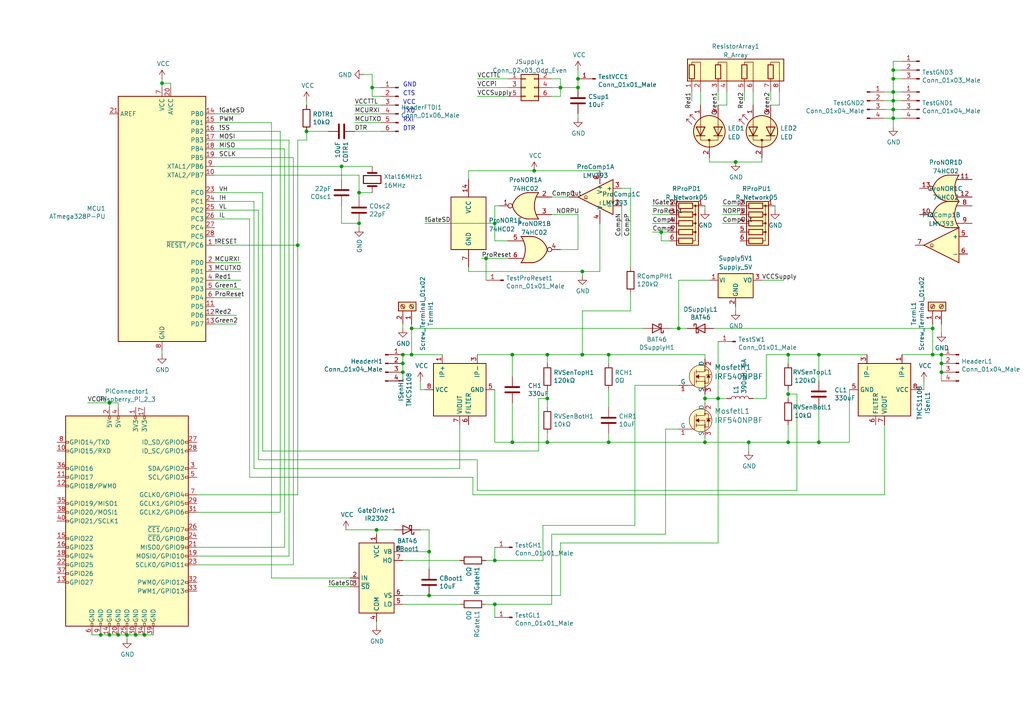
<source format=kicad_sch>
(kicad_sch (version 20211123) (generator eeschema)
  (paper "A4")
  (junction (at 119.38 102.87))
  (junction (at 273.05 102.87))
  (junction (at 213.36 46.99))
  (junction (at 191.77 67.31))
  (junction (at 176.53 102.87))
  (junction (at 34.29 184.15))
  (junction (at 217.17 128.27))
  (junction (at 154.94 49.53))
  (junction (at 86.36 71.12))
  (junction (at 41.91 184.15))
  (junction (at 168.91 102.87))
  (junction (at 259.08 20.32))
  (junction (at 36.83 184.15))
  (junction (at 31.75 116.84))
  (junction (at 116.84 105.41))
  (junction (at 140.97 74.93))
  (junction (at 259.08 34.29))
  (junction (at 119.38 95.25))
  (junction (at 204.47 128.27))
  (junction (at 167.64 22.86))
  (junction (at 104.14 55.88))
  (junction (at 228.6 114.3))
  (junction (at 237.49 102.87))
  (junction (at 270.51 95.25))
  (junction (at 270.51 102.87))
  (junction (at 124.46 172.72))
  (junction (at 88.9 38.1))
  (junction (at 31.75 184.15))
  (junction (at 167.64 25.4))
  (junction (at 162.56 25.4))
  (junction (at 116.84 102.87))
  (junction (at 273.05 107.95))
  (junction (at 273.05 105.41))
  (junction (at 148.59 128.27))
  (junction (at 259.08 31.75))
  (junction (at 143.51 64.77))
  (junction (at 104.14 64.77))
  (junction (at 259.08 26.67))
  (junction (at 148.59 102.87))
  (junction (at 158.75 115.57))
  (junction (at 204.47 115.57))
  (junction (at 228.6 102.87))
  (junction (at 259.08 22.86))
  (junction (at 107.95 25.4))
  (junction (at 228.6 128.27))
  (junction (at 196.85 95.25))
  (junction (at 176.53 128.27))
  (junction (at 99.06 48.26))
  (junction (at 158.75 128.27))
  (junction (at 143.51 175.26))
  (junction (at 29.21 184.15))
  (junction (at 124.46 160.02))
  (junction (at 143.51 162.56))
  (junction (at 46.99 24.13))
  (junction (at 39.37 184.15))
  (junction (at 158.75 102.87))
  (junction (at 208.28 115.57))
  (junction (at 168.91 78.74))
  (junction (at 116.84 107.95))
  (junction (at 109.22 153.67))
  (junction (at 259.08 29.21))
  (junction (at 237.49 128.27))
  (wire (pts (xy 194.31 69.85) (xy 191.77 69.85)))
  (wire (pts (xy 259.08 29.21) (xy 261.62 29.21)))
  (wire (pts (xy 259.08 22.86) (xy 259.08 26.67)))
  (wire (pts (xy 104.14 50.8) (xy 104.14 55.88)))
  (wire (pts (xy 76.2 55.88) (xy 62.23 55.88)))
  (wire (pts (xy 228.6 114.3) (xy 228.6 115.57)))
  (wire (pts (xy 124.46 160.02) (xy 116.84 160.02)))
  (wire (pts (xy 204.47 115.57) (xy 204.47 116.84)))
  (wire (pts (xy 62.23 91.44) (xy 68.58 91.44)))
  (wire (pts (xy 162.56 157.48) (xy 208.28 157.48)))
  (wire (pts (xy 138.43 25.4) (xy 147.32 25.4)))
  (wire (pts (xy 102.87 35.56) (xy 110.49 35.56)))
  (wire (pts (xy 231.14 114.3) (xy 231.14 142.24)))
  (wire (pts (xy 102.87 38.1) (xy 110.49 38.1)))
  (wire (pts (xy 217.17 128.27) (xy 228.6 128.27)))
  (wire (pts (xy 99.06 48.26) (xy 99.06 52.07)))
  (wire (pts (xy 31.75 184.15) (xy 29.21 184.15)))
  (wire (pts (xy 49.53 25.4) (xy 49.53 24.13)))
  (wire (pts (xy 160.02 175.26) (xy 160.02 154.94)))
  (wire (pts (xy 72.39 138.43) (xy 72.39 63.5)))
  (wire (pts (xy 81.28 148.59) (xy 57.15 148.59)))
  (wire (pts (xy 191.77 67.31) (xy 191.77 69.85)))
  (wire (pts (xy 119.38 93.98) (xy 119.38 95.25)))
  (wire (pts (xy 189.23 64.77) (xy 194.31 64.77)))
  (wire (pts (xy 143.51 128.27) (xy 148.59 128.27)))
  (wire (pts (xy 88.9 29.21) (xy 88.9 30.48)))
  (wire (pts (xy 270.51 95.25) (xy 270.51 102.87)))
  (wire (pts (xy 135.89 78.74) (xy 168.91 78.74)))
  (wire (pts (xy 162.56 25.4) (xy 167.64 25.4)))
  (wire (pts (xy 31.75 116.84) (xy 31.75 118.11)))
  (wire (pts (xy 46.99 102.87) (xy 46.99 101.6)))
  (wire (pts (xy 124.46 153.67) (xy 121.92 153.67)))
  (wire (pts (xy 143.51 158.75) (xy 143.51 162.56)))
  (wire (pts (xy 73.66 135.89) (xy 133.35 135.89)))
  (wire (pts (xy 209.55 59.69) (xy 214.63 59.69)))
  (wire (pts (xy 204.47 102.87) (xy 204.47 104.14)))
  (wire (pts (xy 62.23 93.98) (xy 68.58 93.98)))
  (wire (pts (xy 82.55 43.18) (xy 62.23 43.18)))
  (wire (pts (xy 259.08 34.29) (xy 261.62 34.29)))
  (wire (pts (xy 168.91 90.17) (xy 182.88 90.17)))
  (wire (pts (xy 95.25 170.18) (xy 101.6 170.18)))
  (wire (pts (xy 110.49 27.94) (xy 107.95 27.94)))
  (wire (pts (xy 207.01 95.25) (xy 270.51 95.25)))
  (wire (pts (xy 140.97 74.93) (xy 140.97 81.28)))
  (wire (pts (xy 158.75 102.87) (xy 158.75 105.41)))
  (wire (pts (xy 261.62 17.78) (xy 259.08 17.78)))
  (wire (pts (xy 220.98 45.72) (xy 220.98 46.99)))
  (wire (pts (xy 256.54 123.19) (xy 256.54 143.51)))
  (wire (pts (xy 167.64 33.02) (xy 167.64 34.29)))
  (wire (pts (xy 176.53 128.27) (xy 204.47 128.27)))
  (wire (pts (xy 189.23 62.23) (xy 194.31 62.23)))
  (wire (pts (xy 196.85 81.28) (xy 196.85 95.25)))
  (wire (pts (xy 36.83 184.15) (xy 34.29 184.15)))
  (wire (pts (xy 135.89 49.53) (xy 154.94 49.53)))
  (wire (pts (xy 36.83 184.15) (xy 39.37 184.15)))
  (wire (pts (xy 62.23 71.12) (xy 86.36 71.12)))
  (wire (pts (xy 184.15 111.76) (xy 184.15 152.4)))
  (wire (pts (xy 273.05 107.95) (xy 273.05 110.49)))
  (wire (pts (xy 49.53 24.13) (xy 46.99 24.13)))
  (wire (pts (xy 124.46 160.02) (xy 124.46 153.67)))
  (wire (pts (xy 121.92 113.03) (xy 123.19 113.03)))
  (wire (pts (xy 209.55 64.77) (xy 214.63 64.77)))
  (wire (pts (xy 133.35 123.19) (xy 133.35 135.89)))
  (wire (pts (xy 210.82 26.67) (xy 210.82 30.48)))
  (wire (pts (xy 176.53 125.73) (xy 176.53 128.27)))
  (wire (pts (xy 116.84 102.87) (xy 119.38 102.87)))
  (wire (pts (xy 99.06 48.26) (xy 107.95 48.26)))
  (wire (pts (xy 102.87 33.02) (xy 110.49 33.02)))
  (wire (pts (xy 270.51 102.87) (xy 273.05 102.87)))
  (wire (pts (xy 231.14 142.24) (xy 138.43 142.24)))
  (wire (pts (xy 180.34 54.61) (xy 182.88 54.61)))
  (wire (pts (xy 114.3 153.67) (xy 109.22 153.67)))
  (wire (pts (xy 139.7 74.93) (xy 140.97 74.93)))
  (wire (pts (xy 57.15 163.83) (xy 85.09 163.83)))
  (wire (pts (xy 116.84 162.56) (xy 133.35 162.56)))
  (wire (pts (xy 246.38 113.03) (xy 246.38 128.27)))
  (wire (pts (xy 143.51 113.03) (xy 143.51 128.27)))
  (wire (pts (xy 259.08 26.67) (xy 259.08 29.21)))
  (wire (pts (xy 193.04 124.46) (xy 193.04 154.94)))
  (wire (pts (xy 104.14 55.88) (xy 107.95 55.88)))
  (wire (pts (xy 140.97 74.93) (xy 147.32 74.93)))
  (wire (pts (xy 99.06 64.77) (xy 104.14 64.77)))
  (wire (pts (xy 162.56 25.4) (xy 162.56 27.94)))
  (wire (pts (xy 39.37 184.15) (xy 41.91 184.15)))
  (wire (pts (xy 138.43 142.24) (xy 138.43 133.35)))
  (wire (pts (xy 62.23 83.82) (xy 69.85 83.82)))
  (wire (pts (xy 109.22 153.67) (xy 109.22 154.94)))
  (wire (pts (xy 78.74 35.56) (xy 78.74 167.64)))
  (wire (pts (xy 109.22 181.61) (xy 109.22 180.34)))
  (wire (pts (xy 62.23 50.8) (xy 104.14 50.8)))
  (wire (pts (xy 73.66 58.42) (xy 73.66 135.89)))
  (wire (pts (xy 167.64 22.86) (xy 167.64 20.32)))
  (wire (pts (xy 270.51 93.98) (xy 270.51 95.25)))
  (wire (pts (xy 104.14 55.88) (xy 104.14 57.15)))
  (wire (pts (xy 213.36 88.9) (xy 213.36 90.17)))
  (wire (pts (xy 259.08 31.75) (xy 259.08 34.29)))
  (wire (pts (xy 210.82 30.48) (xy 208.28 30.48)))
  (wire (pts (xy 46.99 24.13) (xy 46.99 25.4)))
  (wire (pts (xy 162.56 172.72) (xy 162.56 157.48)))
  (wire (pts (xy 224.79 59.69) (xy 224.79 60.96)))
  (wire (pts (xy 204.47 127) (xy 204.47 128.27)))
  (wire (pts (xy 83.82 161.29) (xy 83.82 40.64)))
  (wire (pts (xy 184.15 111.76) (xy 196.85 111.76)))
  (wire (pts (xy 256.54 26.67) (xy 259.08 26.67)))
  (wire (pts (xy 222.25 102.87) (xy 228.6 102.87)))
  (wire (pts (xy 138.43 102.87) (xy 148.59 102.87)))
  (wire (pts (xy 62.23 86.36) (xy 69.85 86.36)))
  (wire (pts (xy 148.59 102.87) (xy 148.59 109.22)))
  (wire (pts (xy 119.38 95.25) (xy 119.38 102.87)))
  (wire (pts (xy 36.83 185.42) (xy 36.83 184.15)))
  (wire (pts (xy 176.53 102.87) (xy 204.47 102.87)))
  (wire (pts (xy 110.49 30.48) (xy 102.87 30.48)))
  (wire (pts (xy 116.84 102.87) (xy 116.84 105.41)))
  (wire (pts (xy 191.77 67.31) (xy 194.31 67.31)))
  (wire (pts (xy 168.91 102.87) (xy 176.53 102.87)))
  (wire (pts (xy 208.28 26.67) (xy 208.28 29.21)))
  (wire (pts (xy 57.15 143.51) (xy 86.36 143.51)))
  (wire (pts (xy 256.54 31.75) (xy 259.08 31.75)))
  (wire (pts (xy 259.08 29.21) (xy 259.08 31.75)))
  (wire (pts (xy 46.99 22.86) (xy 46.99 24.13)))
  (wire (pts (xy 135.89 49.53) (xy 135.89 52.07)))
  (wire (pts (xy 273.05 102.87) (xy 273.05 105.41)))
  (wire (pts (xy 158.75 128.27) (xy 176.53 128.27)))
  (wire (pts (xy 57.15 158.75) (xy 82.55 158.75)))
  (wire (pts (xy 76.2 130.81) (xy 76.2 55.88)))
  (wire (pts (xy 259.08 34.29) (xy 259.08 36.83)))
  (wire (pts (xy 194.31 95.25) (xy 196.85 95.25)))
  (wire (pts (xy 62.23 48.26) (xy 99.06 48.26)))
  (wire (pts (xy 217.17 130.81) (xy 217.17 128.27)))
  (wire (pts (xy 228.6 102.87) (xy 237.49 102.87)))
  (wire (pts (xy 157.48 152.4) (xy 184.15 152.4)))
  (wire (pts (xy 173.99 64.77) (xy 173.99 78.74)))
  (wire (pts (xy 62.23 33.02) (xy 69.85 33.02)))
  (wire (pts (xy 86.36 40.64) (xy 86.36 71.12)))
  (wire (pts (xy 110.49 25.4) (xy 107.95 25.4)))
  (wire (pts (xy 208.28 157.48) (xy 208.28 115.57)))
  (wire (pts (xy 121.92 110.49) (xy 121.92 113.03)))
  (wire (pts (xy 204.47 114.3) (xy 204.47 115.57)))
  (wire (pts (xy 237.49 118.11) (xy 237.49 128.27)))
  (wire (pts (xy 124.46 165.1) (xy 124.46 160.02)))
  (wire (pts (xy 267.97 113.03) (xy 266.7 113.03)))
  (wire (pts (xy 228.6 128.27) (xy 237.49 128.27)))
  (wire (pts (xy 62.23 76.2) (xy 69.85 76.2)))
  (wire (pts (xy 143.51 175.26) (xy 160.02 175.26)))
  (wire (pts (xy 100.33 153.67) (xy 109.22 153.67)))
  (wire (pts (xy 160.02 154.94) (xy 193.04 154.94)))
  (wire (pts (xy 156.21 115.57) (xy 156.21 130.81)))
  (wire (pts (xy 116.84 175.26) (xy 133.35 175.26)))
  (wire (pts (xy 143.51 162.56) (xy 157.48 162.56)))
  (wire (pts (xy 228.6 114.3) (xy 231.14 114.3)))
  (wire (pts (xy 116.84 172.72) (xy 124.46 172.72)))
  (wire (pts (xy 82.55 158.75) (xy 82.55 43.18)))
  (wire (pts (xy 62.23 35.56) (xy 78.74 35.56)))
  (wire (pts (xy 259.08 20.32) (xy 261.62 20.32)))
  (wire (pts (xy 167.64 62.23) (xy 167.64 72.39)))
  (wire (pts (xy 116.84 105.41) (xy 116.84 107.95)))
  (wire (pts (xy 218.44 26.67) (xy 218.44 30.48)))
  (wire (pts (xy 86.36 71.12) (xy 86.36 143.51)))
  (wire (pts (xy 88.9 40.64) (xy 86.36 40.64)))
  (wire (pts (xy 83.82 40.64) (xy 62.23 40.64)))
  (wire (pts (xy 158.75 115.57) (xy 158.75 118.11)))
  (wire (pts (xy 209.55 62.23) (xy 214.63 62.23)))
  (wire (pts (xy 137.16 138.43) (xy 72.39 138.43)))
  (wire (pts (xy 116.84 95.25) (xy 116.84 93.98)))
  (wire (pts (xy 85.09 45.72) (xy 62.23 45.72)))
  (wire (pts (xy 208.28 99.06) (xy 208.28 115.57)))
  (wire (pts (xy 144.78 59.69) (xy 143.51 59.69)))
  (wire (pts (xy 41.91 184.15) (xy 44.45 184.15)))
  (wire (pts (xy 143.51 175.26) (xy 143.51 179.07)))
  (wire (pts (xy 107.95 27.94) (xy 107.95 25.4)))
  (wire (pts (xy 208.28 115.57) (xy 204.47 115.57)))
  (wire (pts (xy 189.23 67.31) (xy 191.77 67.31)))
  (wire (pts (xy 76.2 130.81) (xy 156.21 130.81)))
  (wire (pts (xy 73.66 58.42) (xy 62.23 58.42)))
  (wire (pts (xy 116.84 107.95) (xy 116.84 110.49)))
  (wire (pts (xy 57.15 161.29) (xy 83.82 161.29)))
  (wire (pts (xy 176.53 105.41) (xy 176.53 102.87)))
  (wire (pts (xy 259.08 22.86) (xy 261.62 22.86)))
  (wire (pts (xy 158.75 102.87) (xy 168.91 102.87)))
  (wire (pts (xy 256.54 143.51) (xy 137.16 143.51)))
  (wire (pts (xy 148.59 128.27) (xy 158.75 128.27)))
  (wire (pts (xy 162.56 27.94) (xy 160.02 27.94)))
  (wire (pts (xy 135.89 77.47) (xy 135.89 78.74)))
  (wire (pts (xy 217.17 128.27) (xy 204.47 128.27)))
  (wire (pts (xy 226.06 26.67) (xy 226.06 30.48)))
  (wire (pts (xy 138.43 22.86) (xy 147.32 22.86)))
  (wire (pts (xy 168.91 90.17) (xy 168.91 102.87)))
  (wire (pts (xy 85.09 163.83) (xy 85.09 45.72)))
  (wire (pts (xy 157.48 162.56) (xy 157.48 152.4)))
  (wire (pts (xy 267.97 110.49) (xy 267.97 113.03)))
  (wire (pts (xy 74.93 133.35) (xy 74.93 60.96)))
  (wire (pts (xy 162.56 22.86) (xy 160.02 22.86)))
  (wire (pts (xy 62.23 81.28) (xy 69.85 81.28)))
  (wire (pts (xy 220.98 46.99) (xy 213.36 46.99)))
  (wire (pts (xy 34.29 116.84) (xy 34.29 118.11)))
  (wire (pts (xy 228.6 123.19) (xy 228.6 128.27)))
  (wire (pts (xy 138.43 27.94) (xy 147.32 27.94)))
  (wire (pts (xy 256.54 29.21) (xy 259.08 29.21)))
  (wire (pts (xy 176.53 113.03) (xy 176.53 118.11)))
  (wire (pts (xy 259.08 20.32) (xy 259.08 17.78)))
  (wire (pts (xy 99.06 59.69) (xy 99.06 64.77)))
  (wire (pts (xy 140.97 162.56) (xy 143.51 162.56)))
  (wire (pts (xy 228.6 113.03) (xy 228.6 114.3)))
  (wire (pts (xy 104.14 64.77) (xy 104.14 66.04)))
  (wire (pts (xy 107.95 21.59) (xy 105.41 21.59)))
  (wire (pts (xy 210.82 115.57) (xy 208.28 115.57)))
  (wire (pts (xy 196.85 124.46) (xy 193.04 124.46)))
  (wire (pts (xy 237.49 128.27) (xy 246.38 128.27)))
  (wire (pts (xy 259.08 22.86) (xy 259.08 20.32)))
  (wire (pts (xy 123.19 64.77) (xy 143.51 64.77)))
  (wire (pts (xy 143.51 59.69) (xy 143.51 64.77)))
  (wire (pts (xy 143.51 64.77) (xy 143.51 69.85)))
  (wire (pts (xy 237.49 102.87) (xy 251.46 102.87)))
  (wire (pts (xy 218.44 115.57) (xy 222.25 115.57)))
  (wire (pts (xy 180.34 59.69) (xy 180.34 68.58)))
  (wire (pts (xy 168.91 78.74) (xy 168.91 80.01)))
  (wire (pts (xy 154.94 49.53) (xy 173.99 49.53)))
  (wire (pts (xy 261.62 102.87) (xy 270.51 102.87)))
  (wire (pts (xy 72.39 63.5) (xy 62.23 63.5)))
  (wire (pts (xy 107.95 21.59) (xy 107.95 25.4)))
  (wire (pts (xy 205.74 45.72) (xy 205.74 46.99)))
  (wire (pts (xy 256.54 34.29) (xy 259.08 34.29)))
  (wire (pts (xy 158.75 115.57) (xy 156.21 115.57)))
  (wire (pts (xy 182.88 85.09) (xy 182.88 90.17)))
  (wire (pts (xy 25.4 116.84) (xy 31.75 116.84)))
  (wire (pts (xy 205.74 81.28) (xy 196.85 81.28)))
  (wire (pts (xy 62.23 78.74) (xy 69.85 78.74)))
  (wire (pts (xy 223.52 26.67) (xy 223.52 29.21)))
  (wire (pts (xy 158.75 125.73) (xy 158.75 128.27)))
  (wire (pts (xy 88.9 40.64) (xy 88.9 38.1)))
  (wire (pts (xy 168.91 78.74) (xy 173.99 78.74)))
  (wire (pts (xy 259.08 31.75) (xy 261.62 31.75)))
  (wire (pts (xy 148.59 116.84) (xy 148.59 128.27)))
  (wire (pts (xy 137.16 143.51) (xy 137.16 138.43)))
  (wire (pts (xy 143.51 69.85) (xy 147.32 69.85)))
  (wire (pts (xy 62.23 60.96) (xy 74.93 60.96)))
  (wire (pts (xy 140.97 175.26) (xy 143.51 175.26)))
  (wire (pts (xy 273.05 105.41) (xy 273.05 107.95)))
  (wire (pts (xy 273.05 93.98) (xy 273.05 96.52)))
  (wire (pts (xy 167.64 72.39) (xy 162.56 72.39)))
  (wire (pts (xy 205.74 46.99) (xy 213.36 46.99)))
  (wire (pts (xy 237.49 102.87) (xy 237.49 110.49)))
  (wire (pts (xy 204.47 59.69) (xy 204.47 60.96)))
  (wire (pts (xy 148.59 102.87) (xy 158.75 102.87)))
  (wire (pts (xy 189.23 59.69) (xy 194.31 59.69)))
  (wire (pts (xy 160.02 57.15) (xy 165.1 57.15)))
  (wire (pts (xy 81.28 38.1) (xy 81.28 148.59)))
  (wire (pts (xy 259.08 26.67) (xy 261.62 26.67)))
  (wire (pts (xy 182.88 54.61) (xy 182.88 77.47)))
  (wire (pts (xy 200.66 26.67) (xy 200.66 29.21)))
  (wire (pts (xy 160.02 25.4) (xy 162.56 25.4)))
  (wire (pts (xy 203.2 26.67) (xy 203.2 30.48)))
  (wire (pts (xy 160.02 62.23) (xy 167.64 62.23)))
  (wire (pts (xy 226.06 30.48) (xy 223.52 30.48)))
  (wire (pts (xy 31.75 116.84) (xy 34.29 116.84)))
  (wire (pts (xy 167.64 22.86) (xy 167.64 25.4)))
  (wire (pts (xy 228.6 102.87) (xy 228.6 105.41)))
  (wire (pts (xy 222.25 115.57) (xy 222.25 102.87)))
  (wire (pts (xy 196.85 95.25) (xy 199.39 95.25)))
  (wire (pts (xy 162.56 25.4) (xy 162.56 22.86)))
  (wire (pts (xy 119.38 102.87) (xy 128.27 102.87)))
  (wire (pts (xy 124.46 172.72) (xy 162.56 172.72)))
  (wire (pts (xy 138.43 133.35) (xy 74.93 133.35)))
  (wire (pts (xy 78.74 167.64) (xy 101.6 167.64)))
  (wire (pts (xy 220.98 81.28) (xy 227.33 81.28)))
  (wire (pts (xy 158.75 113.03) (xy 158.75 115.57)))
  (wire (pts (xy 34.29 184.15) (xy 31.75 184.15)))
  (wire (pts (xy 186.69 95.25) (xy 119.38 95.25)))
  (wire (pts (xy 95.25 38.1) (xy 88.9 38.1)))
  (wire (pts (xy 215.9 26.67) (xy 215.9 29.21)))
  (wire (pts (xy 62.23 38.1) (xy 81.28 38.1)))
  (wire (pts (xy 29.21 184.15) (xy 26.67 184.15)))
  (text "RXI" (at 116.84 35.56 0) (effects (font (size 1.27 1.27)) (justify left bottom)))
  (text "GND" (at 116.84 25.4 0) (effects (font (size 1.27 1.27)) (justify left bottom)))
  (text "VCC" (at 116.84 30.48 0) (effects (font (size 1.27 1.27)) (justify left bottom)))
  (text "TX0" (at 116.84 33.02 0) (effects (font (size 1.27 1.27)) (justify left bottom)))
  (text "DTR" (at 116.84 38.1 0) (effects (font (size 1.27 1.27)) (justify left bottom)))
  (text "CTS" (at 116.84 27.94 0) (effects (font (size 1.27 1.27)) (justify left bottom)))
  (label "VCCPi" (at 25.4 116.84 0))
  (label "DTR" (at 102.87 38.1 0))
  (label "VCCSupply" (at 220.98 81.28 0))
  (label "Red1" (at 62.23 81.28 0))
  (label "NORPU" (at 209.55 62.23 0))
  (label "CompN" (at 209.55 59.69 0))
  (label "CompN" (at 180.34 68.58 90))
  (label "VCCSupply" (at 138.43 27.94 0))
  (label "Green2" (at 223.52 26.67 270))
  (label "VL" (at 63.5 60.96 0))
  (label "MCURXI" (at 102.87 33.02 0))
  (label "VCCPi" (at 138.43 25.4 0))
  (label "ProReset" (at 189.23 62.23 0))
  (label "NORPU" (at 161.29 62.23 0))
  (label "ProReset" (at 139.7 74.93 0))
  (label "Green1" (at 62.23 83.82 0))
  (label "Red1" (at 200.66 26.67 270))
  (label "MCUTXO" (at 102.87 35.56 0))
  (label "Green2" (at 62.23 93.98 0))
  (label "Red2" (at 215.9 26.67 270))
  (label "SCLK" (at 63.5 45.72 0))
  (label "PWM" (at 63.5 35.56 0))
  (label "!RESET" (at 62.23 71.12 0))
  (label "!GateSD" (at 189.23 59.69 0))
  (label "IL" (at 63.5 63.5 0))
  (label "CompN" (at 189.23 64.77 0))
  (label "CompOut" (at 209.55 64.77 0))
  (label "Red2" (at 62.23 91.44 0))
  (label "MCUTXO" (at 62.23 78.74 0))
  (label "MCURXI" (at 62.23 76.2 0))
  (label "IH" (at 63.5 58.42 0))
  (label "CompP" (at 182.88 68.58 90))
  (label "CompOut" (at 160.02 57.15 0))
  (label "!GateSD" (at 63.5 33.02 0))
  (label "Green1" (at 208.28 26.67 270))
  (label "MOSI" (at 63.5 40.64 0))
  (label "ProReset" (at 62.23 86.36 0))
  (label "CompP" (at 189.23 67.31 0))
  (label "!GateSD" (at 95.25 170.18 0))
  (label "!GateSD" (at 123.19 64.77 0))
  (label "VH" (at 63.5 55.88 0))
  (label "VCCTTL" (at 138.43 22.86 0))
  (label "!SS" (at 63.5 38.1 0))
  (label "VCCTTL" (at 102.87 30.48 0))
  (label "MISO" (at 63.5 43.18 0))
  (symbol (lib_id "Device:L") (at 214.63 115.57 90) (unit 1)
    (property "Reference" "L1" (at 213.4616 114.2238 0) (effects (justify left)))
    (property "Value" "390uH, 5A" (at 215.773 114.2238 0) (effects (justify left)))
    (property "Footprint" "Inductor_THT:L_Toroid_Horizontal_D32.5mm_P30.00mm_Bourns_2300" (effects hide))
  )
  (symbol (lib_id "Atverter_Ev1r1-rescue:ATmega328P-PU-MCU_Microchip_ATmega") (at 46.99 63.5 0) (unit 1)
    (property "Reference" "MCU1" (at 30.6324 61.1886 0) (effects (justify right bottom)))
    (property "Value" "ATmega328P-PU" (at 30.6324 63.5 0) (effects (justify right bottom)))
    (property "Footprint" "Package_DIP:DIP-28_W7.62mm" (effects hide))
    (property "Datasheet" "http://ww1.microchip.com/downloads/en/DeviceDoc/ATmega328_P%20AVR%20MCU%20with%20picoPower%20Technology%20Data%20Sheet%2040001984A.pdf" (effects hide))
  )
  (symbol (lib_id "Driver_FET:IR2302") (at 109.22 167.64 0) (unit 1)
    (property "Reference" "GateDriver1" (at 109.22 148.0566 0))
    (property "Value" "IR2302" (at 109.22 150.368 0))
    (property "Footprint" "Package_DIP:DIP-8_W7.62mm_LongPads" (effects hide))
    (property "Datasheet" "https://www.infineon.com/dgdl/ir2302.pdf?fileId=5546d462533600a4015355c988b216de" (effects hide))
  )
  (symbol (lib_id "Device:C") (at 148.59 113.03 0) (unit 1)
    (property "Reference" "CH1" (at 153.1112 111.8616 0) (effects (justify left)))
    (property "Value" "330uF" (at 153.1112 114.173 0) (effects (justify left)))
    (property "Footprint" "Daniel_KiCad_Footprints:CP_Radial_D18.0mm_P7.50mm" (effects hide))
  )
  (symbol (lib_id "Diode:BAT46") (at 118.11 153.67 180) (unit 1)
    (property "Reference" "DBoot1" (at 118.11 159.1818 0))
    (property "Value" "BAT46" (at 118.11 156.8704 0))
    (property "Footprint" "Daniel_KiCad_Footprints:D_DO-35_SOD27_P7.62mm_Horizontal" (effects hide))
    (property "Datasheet" "http://www.vishay.com/docs/85662/bat46.pdf" (effects hide))
  )
  (symbol (lib_id "Connector:Raspberry_Pi_2_3") (at 36.83 151.13 0) (unit 1)
    (property "Reference" "PiConnector1" (at 36.83 113.5126 0))
    (property "Value" "Raspberry_Pi_2_3" (at 36.83 115.824 0))
    (property "Footprint" "Daniel_KiCad_Footprints:Raspberry_Pi_Zero_and_Four" (effects hide))
    (property "Datasheet" "https://www.raspberrypi.org/documentation/hardware/raspberrypi/schematics/rpi_SCH_3bplus_1p0_reduced.pdf" (effects hide))
  )
  (symbol (lib_id "Device:R") (at 158.75 109.22 0) (unit 1)
    (property "Reference" "RVSenTopH1" (at 160.528 108.0516 0) (effects (justify left)))
    (property "Value" "120kΩ" (at 160.528 110.363 0) (effects (justify left)))
    (property "Footprint" "Daniel_KiCad_Footprints:R_Axial_DIN0207_L6.3mm_D2.5mm_P7.62mm_Horizontal" (effects hide))
  )
  (symbol (lib_id "Device:R") (at 228.6 109.22 0) (unit 1)
    (property "Reference" "RVSenTopL1" (at 229.87 107.95 0) (effects (justify left)))
    (property "Value" "120kΩ" (at 230.378 110.363 0) (effects (justify left)))
    (property "Footprint" "Daniel_KiCad_Footprints:R_Axial_DIN0207_L6.3mm_D2.5mm_P7.62mm_Horizontal" (effects hide))
  )
  (symbol (lib_id "Device:R") (at 158.75 121.92 0) (unit 1)
    (property "Reference" "RVSenBotH1" (at 160.528 120.7516 0) (effects (justify left)))
    (property "Value" "10kΩ" (at 160.528 123.063 0) (effects (justify left)))
    (property "Footprint" "Daniel_KiCad_Footprints:R_Axial_DIN0207_L6.3mm_D2.5mm_P7.62mm_Horizontal" (effects hide))
  )
  (symbol (lib_id "Device:R") (at 228.6 119.38 0) (unit 1)
    (property "Reference" "RVSenBotL1" (at 229.87 118.11 0) (effects (justify left)))
    (property "Value" "10kΩ" (at 230.378 120.523 0) (effects (justify left)))
    (property "Footprint" "Daniel_KiCad_Footprints:R_Axial_DIN0207_L6.3mm_D2.5mm_P7.62mm_Horizontal" (effects hide))
  )
  (symbol (lib_id "Device:C") (at 237.49 114.3 0) (unit 1)
    (property "Reference" "CL1" (at 242.0112 113.1316 0) (effects (justify left)))
    (property "Value" "330uF" (at 242.0112 115.443 0) (effects (justify left)))
    (property "Footprint" "Daniel_KiCad_Footprints:CP_Radial_D18.0mm_P7.50mm" (effects hide))
  )
  (symbol (lib_id "Regulator_Linear:LM7805_TO220") (at 213.36 81.28 0) (unit 1)
    (property "Reference" "Supply5V1" (at 213.36 74.93 0))
    (property "Value" "Supply_5V" (at 213.36 77.47 0))
    (property "Footprint" "Daniel_KiCad_Footprints:SupplyDC_48V-5V_TO-220-3_Vertical" (effects hide))
    (property "Datasheet" "https://www.onsemi.cn/PowerSolutions/document/MC7800-D.PDF" (effects hide))
  )
  (symbol (lib_id "Device:R") (at 137.16 162.56 270) (unit 1)
    (property "Reference" "RGateH1" (at 138.3284 164.338 0) (effects (justify left)))
    (property "Value" "0Ω" (at 136.017 164.338 0) (effects (justify left)))
    (property "Footprint" "Daniel_KiCad_Footprints:R_Axial_DIN0207_L6.3mm_D2.5mm_P7.62mm_Horizontal" (effects hide))
  )
  (symbol (lib_id "Atverter_Ev1r1-rescue:IRF540NPBF-dk_Transistors-FETs-MOSFETs-Single") (at 204.47 109.22 0) (unit 1)
    (property "Reference" "MosfetH1" (at 207.2132 106.5276 0) (effects (font (size 1.524 1.524)) (justify left)))
    (property "Value" "IRF540NPBF" (at 207.2132 109.22 0) (effects (font (size 1.524 1.524)) (justify left)))
    (property "Footprint" "Package_TO_SOT_THT:TO-220-3_Horizontal_TabDown" (effects hide))
    (property "Datasheet" "https://www.infineon.com/dgdl/irf540npbf.pdf?fileId=5546d462533600a4015355e39f0d19a1" (effects hide))
    (property "Digi-Key_PN" "IRF540NPBF-ND" (effects hide))
    (property "MPN" "IRF540NPBF" (effects hide))
    (property "Category" "Discrete Semiconductor Products" (effects hide))
    (property "Family" "Transistors - FETs, MOSFETs - Single" (effects hide))
    (property "DK_Datasheet_Link" "https://www.infineon.com/dgdl/irf540npbf.pdf?fileId=5546d462533600a4015355e39f0d19a1" (effects hide))
    (property "DK_Detail_Page" "/product-detail/en/infineon-technologies/IRF540NPBF/IRF540NPBF-ND/811869" (effects hide))
    (property "Description" "MOSFET N-CH 100V 33A TO-220AB" (effects hide))
    (property "Manufacturer" "Infineon Technologies" (effects hide))
    (property "Status" "Active" (effects hide))
  )
  (symbol (lib_id "Device:R") (at 137.16 175.26 270) (unit 1)
    (property "Reference" "RGateL1" (at 138.3284 177.038 0) (effects (justify left)))
    (property "Value" "0Ω" (at 136.017 177.038 0) (effects (justify left)))
    (property "Footprint" "Daniel_KiCad_Footprints:R_Axial_DIN0207_L6.3mm_D2.5mm_P7.62mm_Horizontal" (effects hide))
  )
  (symbol (lib_id "Device:C") (at 124.46 168.91 0) (unit 1)
    (property "Reference" "CBoot1" (at 127.381 167.7416 0) (effects (justify left)))
    (property "Value" "10uF" (at 127.381 170.053 0) (effects (justify left)))
    (property "Footprint" "Daniel_KiCad_Footprints:C_Rect_L7.2mm_W3.5mm_P5.00mm_FKS2_FKP2_MKS2_MKP2" (effects hide))
  )
  (symbol (lib_id "Device:C") (at 167.64 29.21 0) (unit 1)
    (property "Reference" "CSup1" (at 170.561 28.0416 0) (effects (justify left)))
    (property "Value" "10uF" (at 170.561 30.353 0) (effects (justify left)))
    (property "Footprint" "Daniel_KiCad_Footprints:C_Rect_L7.2mm_W3.5mm_P5.00mm_FKS2_FKP2_MKS2_MKP2" (effects hide))
  )
  (symbol (lib_id "Device:C") (at 176.53 121.92 0) (unit 1)
    (property "Reference" "CHR1" (at 179.451 120.7516 0) (effects (justify left)))
    (property "Value" "10uF" (at 179.451 123.063 0) (effects (justify left)))
    (property "Footprint" "Daniel_KiCad_Footprints:C_Rect_L7.2mm_W3.5mm_P5.00mm_FKS2_FKP2_MKS2_MKP2" (effects hide))
  )
  (symbol (lib_id "Sensor_Current:ACS724xLCTR-10AB") (at 133.35 113.03 90) (mirror x) (unit 1)
    (property "Reference" "ISenH1" (at 116.3066 113.03 0))
    (property "Value" "TMCS1108" (at 118.618 113.03 0))
    (property "Footprint" "Daniel_KiCad_Footprints:SOIC-8_3.9x4.9mm_P1.27mm" (effects hide))
    (property "Datasheet" "http://www.allegromicro.com/~/media/Files/Datasheets/ACS724-Datasheet.ashx?la=en" (effects hide))
  )
  (symbol (lib_id "Sensor_Current:ACS724xLCTR-10AB") (at 256.54 113.03 270) (unit 1)
    (property "Reference" "ISenL1" (at 269.0114 116.84 0))
    (property "Value" "TMCS1108" (at 266.7 116.84 0))
    (property "Footprint" "Daniel_KiCad_Footprints:SOIC-8_3.9x4.9mm_P1.27mm" (effects hide))
    (property "Datasheet" "http://www.allegromicro.com/~/media/Files/Datasheets/ACS724-Datasheet.ashx?la=en" (effects hide))
  )
  (symbol (lib_id "Atverter_Ev1r1-rescue:IRF540NPBF-dk_Transistors-FETs-MOSFETs-Single") (at 204.47 121.92 0) (unit 1)
    (property "Reference" "MosfetL1" (at 207.2132 119.2276 0) (effects (font (size 1.524 1.524)) (justify left)))
    (property "Value" "IRF540NPBF" (at 207.2132 121.92 0) (effects (font (size 1.524 1.524)) (justify left)))
    (property "Footprint" "Package_TO_SOT_THT:TO-220-3_Horizontal_TabDown" (effects hide))
    (property "Datasheet" "https://www.infineon.com/dgdl/irf540npbf.pdf?fileId=5546d462533600a4015355e39f0d19a1" (effects hide))
    (property "Digi-Key_PN" "IRF540NPBF-ND" (effects hide))
    (property "MPN" "IRF540NPBF" (effects hide))
    (property "Category" "Discrete Semiconductor Products" (effects hide))
    (property "Family" "Transistors - FETs, MOSFETs - Single" (effects hide))
    (property "DK_Datasheet_Link" "https://www.infineon.com/dgdl/irf540npbf.pdf?fileId=5546d462533600a4015355e39f0d19a1" (effects hide))
    (property "DK_Detail_Page" "/product-detail/en/infineon-technologies/IRF540NPBF/IRF540NPBF-ND/811869" (effects hide))
    (property "Description" "MOSFET N-CH 100V 33A TO-220AB" (effects hide))
    (property "Manufacturer" "Infineon Technologies" (effects hide))
    (property "Status" "Active" (effects hide))
  )
  (symbol (lib_id "Diode:BAT46") (at 190.5 95.25 180) (unit 1)
    (property "Reference" "DSupplyH1" (at 190.5 100.7618 0))
    (property "Value" "BAT46" (at 190.5 98.4504 0))
    (property "Footprint" "Daniel_KiCad_Footprints:D_DO-35_SOD27_P7.62mm_Horizontal" (effects hide))
    (property "Datasheet" "http://www.vishay.com/docs/85662/bat46.pdf" (effects hide))
  )
  (symbol (lib_id "Diode:BAT46") (at 203.2 95.25 0) (unit 1)
    (property "Reference" "DSupplyL1" (at 203.2 89.7382 0))
    (property "Value" "BAT46" (at 203.2 92.0496 0))
    (property "Footprint" "Daniel_KiCad_Footprints:D_DO-35_SOD27_P7.62mm_Horizontal" (effects hide))
    (property "Datasheet" "http://www.vishay.com/docs/85662/bat46.pdf" (effects hide))
  )
  (symbol (lib_id "Device:R") (at 176.53 109.22 0) (unit 1)
    (property "Reference" "RCH1" (at 178.308 108.0516 0) (effects (justify left)))
    (property "Value" "0Ω" (at 178.308 110.363 0) (effects (justify left)))
    (property "Footprint" "Daniel_KiCad_Footprints:R_Axial_DIN0207_L6.3mm_D2.5mm_P7.62mm_Horizontal" (effects hide))
  )
  (symbol (lib_id "Device:C") (at 99.06 38.1 270) (unit 1)
    (property "Reference" "CDTR1" (at 100.2284 41.021 0) (effects (justify left)))
    (property "Value" "10uF" (at 97.917 41.021 0) (effects (justify left)))
    (property "Footprint" "Daniel_KiCad_Footprints:C_Rect_L7.2mm_W3.5mm_P5.00mm_FKS2_FKP2_MKS2_MKP2" (effects hide))
  )
  (symbol (lib_id "Device:R") (at 88.9 34.29 0) (unit 1)
    (property "Reference" "RDTR1" (at 90.678 33.1216 0) (effects (justify left)))
    (property "Value" "10kΩ" (at 90.678 35.433 0) (effects (justify left)))
    (property "Footprint" "Daniel_KiCad_Footprints:R_Axial_DIN0207_L6.3mm_D2.5mm_P7.62mm_Horizontal" (effects hide))
  )
  (symbol (lib_id "power:VCC") (at 167.64 20.32 0) (unit 1)
    (property "Reference" "#PWR011" (effects hide))
    (property "Value" "VCC" (at 168.021 15.9258 0))
  )
  (symbol (lib_id "power:VCC") (at 100.33 153.67 0) (unit 1)
    (property "Reference" "#PWR06" (effects hide))
    (property "Value" "VCC" (at 100.711 149.2758 0))
  )
  (symbol (lib_id "power:VCC") (at 121.92 110.49 0) (unit 1)
    (property "Reference" "#PWR09" (effects hide))
    (property "Value" "VCC" (at 122.301 106.0958 0))
  )
  (symbol (lib_id "power:VCC") (at 267.97 110.49 0) (unit 1)
    (property "Reference" "#PWR016" (effects hide))
    (property "Value" "VCC" (at 268.351 106.0958 0))
  )
  (symbol (lib_id "power:VCC") (at 46.99 22.86 0) (unit 1)
    (property "Reference" "#PWR02" (effects hide))
    (property "Value" "VCC" (at 47.371 18.4658 0))
  )
  (symbol (lib_id "power:GND") (at 217.17 130.81 0) (unit 1)
    (property "Reference" "#PWR014" (effects hide))
    (property "Value" "GND" (at 217.297 135.2042 0))
  )
  (symbol (lib_id "power:GND") (at 213.36 90.17 0) (unit 1)
    (property "Reference" "#PWR013" (effects hide))
    (property "Value" "GND" (at 213.487 94.5642 0))
  )
  (symbol (lib_id "power:GND") (at 109.22 181.61 0) (unit 1)
    (property "Reference" "#PWR08" (effects hide))
    (property "Value" "GND" (at 109.347 186.0042 0))
  )
  (symbol (lib_id "power:GND") (at 46.99 102.87 0) (unit 1)
    (property "Reference" "#PWR03" (effects hide))
    (property "Value" "GND" (at 47.117 107.2642 0))
  )
  (symbol (lib_id "power:GND") (at 36.83 185.42 0) (unit 1)
    (property "Reference" "#PWR01" (effects hide))
    (property "Value" "GND" (at 36.957 189.8142 0))
  )
  (symbol (lib_id "Connector:Conn_01x06_Male") (at 115.57 30.48 0) (mirror y) (unit 1)
    (property "Reference" "HeaderFTDI1" (at 116.2812 31.1404 0) (effects (justify right)))
    (property "Value" "Conn_01x06_Male" (at 116.2812 33.4518 0) (effects (justify right)))
    (property "Footprint" "Daniel_KiCad_Footprints:FTDI_USB_TTL_Header" (effects hide))
  )
  (symbol (lib_id "power:GND") (at 105.41 21.59 270) (unit 1)
    (property "Reference" "#PWR07" (effects hide))
    (property "Value" "GND" (at 102.1588 21.717 90) (effects (justify right)))
  )
  (symbol (lib_id "power:VCC") (at 88.9 29.21 0) (unit 1)
    (property "Reference" "#PWR04" (effects hide))
    (property "Value" "VCC" (at 89.281 24.8158 0))
  )
  (symbol (lib_id "Connector:Screw_Terminal_01x02") (at 119.38 88.9 270) (mirror x) (unit 1)
    (property "Reference" "TermH1" (at 124.8918 90.9828 0))
    (property "Value" "Screw_Terminal_01x02" (at 122.5804 90.9828 0))
    (property "Footprint" "Daniel_KiCad_Footprints:TerminalBlock_Altech_AK300-2_P5.00mm" (effects hide))
  )
  (symbol (lib_id "power:GND") (at 116.84 95.25 0) (unit 1)
    (property "Reference" "#PWR010" (effects hide))
    (property "Value" "GND" (at 116.967 99.6442 0))
  )
  (symbol (lib_id "Connector:Screw_Terminal_01x02") (at 270.51 88.9 90) (unit 1)
    (property "Reference" "TermL1" (at 264.9982 90.9828 0))
    (property "Value" "Screw_Terminal_01x02" (at 267.3096 90.9828 0))
    (property "Footprint" "Daniel_KiCad_Footprints:TerminalBlock_Altech_AK300-2_P5.00mm" (effects hide))
  )
  (symbol (lib_id "power:GND") (at 273.05 96.52 0) (unit 1)
    (property "Reference" "#PWR015" (effects hide))
    (property "Value" "GND" (at 273.177 100.9142 0))
  )
  (symbol (lib_id "power:GND") (at 259.08 36.83 0) (unit 1)
    (property "Reference" "#PWR05" (effects hide))
    (property "Value" "GND" (at 259.207 41.2242 0))
  )
  (symbol (lib_id "Connector:Conn_01x04_Male") (at 111.76 105.41 0) (unit 1)
    (property "Reference" "HeaderH1" (at 111.0488 104.8004 0) (effects (justify right)))
    (property "Value" "Conn_01x04_Male" (at 111.0488 107.1118 0) (effects (justify right)))
    (property "Footprint" "Connector_PinHeader_2.54mm:PinHeader_1x04_P2.54mm_Vertical" (effects hide))
  )
  (symbol (lib_id "Connector:Conn_01x04_Male") (at 278.13 105.41 0) (mirror y) (unit 1)
    (property "Reference" "HeaderL1" (at 278.8412 104.8004 0) (effects (justify right)))
    (property "Value" "Conn_01x04_Male" (at 278.8412 107.1118 0) (effects (justify right)))
    (property "Footprint" "Connector_PinHeader_2.54mm:PinHeader_1x04_P2.54mm_Vertical" (effects hide))
  )
  (symbol (lib_id "Connector:Conn_01x01_Male") (at 213.36 99.06 0) (mirror y) (unit 1)
    (property "Reference" "TestSW1" (at 214.0712 98.4504 0) (effects (justify right)))
    (property "Value" "Conn_01x01_Male" (at 214.0712 100.7618 0) (effects (justify right)))
    (property "Footprint" "Connector_PinHeader_2.54mm:PinHeader_1x01_P2.54mm_Vertical" (effects hide))
  )
  (symbol (lib_id "Connector:Conn_01x01_Male") (at 148.59 158.75 0) (mirror y) (unit 1)
    (property "Reference" "TestGH1" (at 149.3012 158.1404 0) (effects (justify right)))
    (property "Value" "Conn_01x01_Male" (at 149.3012 160.4518 0) (effects (justify right)))
    (property "Footprint" "Connector_PinHeader_2.54mm:PinHeader_1x01_P2.54mm_Vertical" (effects hide))
  )
  (symbol (lib_id "Connector:Conn_01x01_Male") (at 148.59 179.07 0) (mirror y) (unit 1)
    (property "Reference" "TestGL1" (at 149.3012 178.4604 0) (effects (justify right)))
    (property "Value" "Conn_01x01_Male" (at 149.3012 180.7718 0) (effects (justify right)))
    (property "Footprint" "Connector_PinHeader_2.54mm:PinHeader_1x01_P2.54mm_Vertical" (effects hide))
  )
  (symbol (lib_id "power:GND") (at 167.64 34.29 0) (unit 1)
    (property "Reference" "#PWR012" (effects hide))
    (property "Value" "GND" (at 167.767 38.6842 0))
  )
  (symbol (lib_id "Comparator:LMV393") (at 172.72 57.15 0) (mirror y) (unit 1)
    (property "Reference" "ProComp1" (at 172.72 48.3702 0))
    (property "Value" "LMV393" (at 172.72 50.9071 0))
    (property "Footprint" "Package_DIP:DIP-8_W7.62mm_LongPads" (effects hide))
    (property "Datasheet" "http://www.ti.com/lit/ds/symlink/lmv331.pdf" (effects hide))
  )
  (symbol (lib_id "Device:C") (at 99.06 55.88 180) (unit 1)
    (property "Reference" "COsc1" (at 96.139 57.0484 0) (effects (justify left)))
    (property "Value" "22pF" (at 96.139 54.737 0) (effects (justify left)))
    (property "Footprint" "Daniel_KiCad_Footprints:C_Rect_L7.2mm_W3.5mm_P5.00mm_FKS2_FKP2_MKS2_MKP2" (effects hide))
  )
  (symbol (lib_id "Device:R_Pack04_SIP") (at 213.36 21.59 0) (unit 1)
    (property "Reference" "ResistorArray1" (at 213.36 13.4452 0))
    (property "Value" "R_Array" (at 213.36 15.9821 0))
    (property "Footprint" "Resistor_THT:R_Array_SIP8" (effects hide))
    (property "Datasheet" "http://www.vishay.com/docs/31509/csc.pdf" (effects hide))
  )
  (symbol (lib_id "Connector:Conn_01x01_Male") (at 172.72 22.86 0) (mirror y) (unit 1)
    (property "Reference" "TestVCC1" (at 173.4312 22.2504 0) (effects (justify right)))
    (property "Value" "Conn_01x01_Male" (at 173.4312 24.5618 0) (effects (justify right)))
    (property "Footprint" "Connector_PinHeader_2.54mm:PinHeader_1x01_P2.54mm_Vertical" (effects hide))
  )
  (symbol (lib_id "power:VCC") (at 154.94 49.53 0) (unit 1)
    (property "Reference" "#PWR0104" (effects hide))
    (property "Value" "VCC" (at 155.321 45.1358 0))
  )
  (symbol (lib_id "Device:R_Network05") (at 199.39 64.77 270) (unit 1)
    (property "Reference" "RProPD1" (at 199.136 54.7202 90))
    (property "Value" "R_Network05" (at 199.136 57.2571 90))
    (property "Footprint" "Resistor_THT:R_Array_SIP6" (effects hide))
    (property "Datasheet" "http://www.vishay.com/docs/31509/csc.pdf" (effects hide))
  )
  (symbol (lib_id "Device:R_Network05") (at 219.71 64.77 270) (unit 1)
    (property "Reference" "RProPU1" (at 219.456 54.7202 90))
    (property "Value" "R_Network05" (at 219.456 57.2571 90))
    (property "Footprint" "Resistor_THT:R_Array_SIP6" (effects hide))
    (property "Datasheet" "http://www.vishay.com/docs/31509/csc.pdf" (effects hide))
  )
  (symbol (lib_id "Connector:Conn_01x04_Male") (at 251.46 29.21 0) (unit 1)
    (property "Reference" "TestGND2" (at 250.7488 29.8704 0) (effects (justify right)))
    (property "Value" "Conn_01x04_Male" (at 250.7488 32.1818 0) (effects (justify right)))
    (property "Footprint" "Connector_PinHeader_2.54mm:PinHeader_1x04_P2.54mm_Vertical" (effects hide))
  )
  (symbol (lib_id "power:GND") (at 104.14 66.04 0) (unit 1)
    (property "Reference" "#PWR0101" (effects hide))
    (property "Value" "GND" (at 104.267 69.2912 90) (effects (justify right)))
  )
  (symbol (lib_id "power:GND") (at 204.47 60.96 0) (unit 1)
    (property "Reference" "#PWR0105" (effects hide))
    (property "Value" "GND" (at 204.597 65.3542 0))
  )
  (symbol (lib_id "Device:LED_Dual_AKA") (at 220.98 38.1 90) (unit 1)
    (property "Reference" "LED2" (at 226.314 37.2018 90) (effects (justify right)))
    (property "Value" "LED" (at 226.314 39.7387 90) (effects (justify right)))
    (property "Footprint" "Daniel_KiCad_Footprints:LED_3pin_P2.54mm" (effects hide))
  )
  (symbol (lib_id "power:GND") (at 224.79 60.96 0) (unit 1)
    (property "Reference" "#PWR0106" (effects hide))
    (property "Value" "GND" (at 224.917 65.3542 0))
  )
  (symbol (lib_id "74xx:74HC02") (at 274.32 62.23 0) (mirror y) (unit 3)
    (property "Reference" "ProNOR1" (at 274.32 54.7202 0))
    (property "Value" "74HC02" (at 274.32 57.2571 0))
    (property "Footprint" "Package_DIP:DIP-14_W7.62mm_LongPads" (effects hide))
    (property "Datasheet" "http://www.ti.com/lit/gpn/sn74hc02" (effects hide))
  )
  (symbol (lib_id "Device:Crystal") (at 107.95 52.07 90) (unit 1)
    (property "Reference" "Xtal16MHz1" (at 111.2774 51.2353 90) (effects (justify right)))
    (property "Value" "16MHz" (at 111.2774 53.7722 90) (effects (justify right)))
    (property "Footprint" "Daniel_KiCad_Footprints:Resonator-2Pin_W10.0mm_H5.0mm" (effects hide))
  )
  (symbol (lib_id "Connector:Conn_01x01_Male") (at 146.05 81.28 0) (mirror y) (unit 1)
    (property "Reference" "TestProReset1" (at 146.7612 80.6704 0) (effects (justify right)))
    (property "Value" "Conn_01x01_Male" (at 146.7612 82.9818 0) (effects (justify right)))
    (property "Footprint" "Connector_PinHeader_2.54mm:PinHeader_1x01_P2.54mm_Vertical" (effects hide))
  )
  (symbol (lib_id "74xx:74HC02") (at 274.32 54.61 0) (mirror y) (unit 4)
    (property "Reference" "ProNOR1" (at 274.32 47.1002 0))
    (property "Value" "74HC02" (at 274.32 49.6371 0))
    (property "Footprint" "Package_DIP:DIP-14_W7.62mm_LongPads" (effects hide))
    (property "Datasheet" "http://www.ti.com/lit/gpn/sn74hc02" (effects hide))
  )
  (symbol (lib_id "Device:LED_Dual_AKA") (at 205.74 38.1 90) (unit 1)
    (property "Reference" "LED1" (at 211.074 37.2018 90) (effects (justify right)))
    (property "Value" "LED" (at 211.074 39.7387 90) (effects (justify right)))
    (property "Footprint" "Daniel_KiCad_Footprints:LED_3pin_P2.54mm" (effects hide))
  )
  (symbol (lib_id "74xx:74HC02") (at 152.4 59.69 0) (mirror y) (unit 1)
    (property "Reference" "ProNOR1" (at 152.4 52.1802 0))
    (property "Value" "74HC02" (at 152.4 54.7171 0))
    (property "Footprint" "Package_DIP:DIP-14_W7.62mm_LongPads" (effects hide))
    (property "Datasheet" "http://www.ti.com/lit/gpn/sn74hc02" (effects hide))
  )
  (symbol (lib_id "Device:R") (at 182.88 81.28 0) (unit 1)
    (property "Reference" "RCompPH1" (at 184.658 80.1116 0) (effects (justify left)))
    (property "Value" "120kΩ" (at 184.658 82.423 0) (effects (justify left)))
    (property "Footprint" "Daniel_KiCad_Footprints:R_Axial_DIN0207_L6.3mm_D2.5mm_P7.62mm_Horizontal" (effects hide))
  )
  (symbol (lib_id "Comparator:LMV393") (at 171.45 57.15 0) (mirror y) (unit 3)
    (property "Reference" "ProComp1" (at 174.625 56.3153 0) (effects (justify right)))
    (property "Value" "LMV393" (at 174.625 58.8522 0) (effects (justify right)))
    (property "Footprint" "Package_DIP:DIP-8_W7.62mm_LongPads" (effects hide))
    (property "Datasheet" "http://www.ti.com/lit/ds/symlink/lmv331.pdf" (effects hide))
  )
  (symbol (lib_id "Device:C") (at 104.14 60.96 0) (unit 1)
    (property "Reference" "COsc2" (at 107.061 59.7916 0) (effects (justify left)))
    (property "Value" "22pF" (at 107.061 62.103 0) (effects (justify left)))
    (property "Footprint" "Daniel_KiCad_Footprints:C_Rect_L7.2mm_W3.5mm_P5.00mm_FKS2_FKP2_MKS2_MKP2" (effects hide))
  )
  (symbol (lib_id "Connector:Conn_01x04_Male") (at 266.7 29.21 0) (mirror y) (unit 1)
    (property "Reference" "TestGND1" (at 267.4112 29.8704 0) (effects (justify right)))
    (property "Value" "Conn_01x04_Male" (at 267.4112 32.1818 0) (effects (justify right)))
    (property "Footprint" "Connector_PinHeader_2.54mm:PinHeader_1x04_P2.54mm_Vertical" (effects hide))
  )
  (symbol (lib_id "Comparator:LMV393") (at 273.05 71.12 0) (mirror y) (unit 2)
    (property "Reference" "ProComp1" (at 273.05 62.3402 0))
    (property "Value" "LMV393" (at 273.05 64.8771 0))
    (property "Footprint" "Package_DIP:DIP-8_W7.62mm_LongPads" (effects hide))
    (property "Datasheet" "http://www.ti.com/lit/ds/symlink/lmv331.pdf" (effects hide))
  )
  (symbol (lib_id "power:GND") (at 168.91 80.01 0) (unit 1)
    (property "Reference" "#PWR0102" (effects hide))
    (property "Value" "GND" (at 169.037 84.4042 0))
  )
  (symbol (lib_id "Connector_Generic:Conn_02x03_Odd_Even") (at 152.4 25.4 0) (unit 1)
    (property "Reference" "JSupply1" (at 153.67 17.8902 0))
    (property "Value" "Conn_02x03_Odd_Even" (at 153.67 20.4271 0))
    (property "Footprint" "Connector_PinHeader_2.54mm:PinHeader_2x03_P2.54mm_Vertical" (effects hide))
  )
  (symbol (lib_id "74xx:74HC02") (at 154.94 72.39 0) (unit 2)
    (property "Reference" "ProNOR1" (at 154.94 64.8802 0))
    (property "Value" "74HC02" (at 154.94 67.4171 0))
    (property "Footprint" "Package_DIP:DIP-14_W7.62mm_LongPads" (effects hide))
    (property "Datasheet" "http://www.ti.com/lit/gpn/sn74hc02" (effects hide))
  )
  (symbol (lib_id "74xx:74HC02") (at 135.89 64.77 0) (mirror y) (unit 5)
    (property "Reference" "ProNOR1" (at 141.732 63.9353 0) (effects (justify right)))
    (property "Value" "74HC02" (at 141.732 66.4722 0) (effects (justify right)))
    (property "Footprint" "Package_DIP:DIP-14_W7.62mm_LongPads" (effects hide))
    (property "Datasheet" "http://www.ti.com/lit/gpn/sn74hc02" (effects hide))
  )
  (symbol (lib_id "power:GND") (at 213.36 46.99 0) (unit 1)
    (property "Reference" "#PWR0103" (effects hide))
    (property "Value" "GND" (at 213.487 51.3842 0))
  )
  (symbol (lib_id "Connector:Conn_01x03_Male") (at 266.7 20.32 0) (mirror y) (unit 1)
    (property "Reference" "TestGND3" (at 267.4112 20.9804 0) (effects (justify right)))
    (property "Value" "Conn_01x03_Male" (at 267.4112 23.2918 0) (effects (justify right)))
    (property "Footprint" "Connector_PinHeader_2.54mm:PinHeader_1x03_P2.54mm_Vertical" (effects hide))
  )
)
</source>
